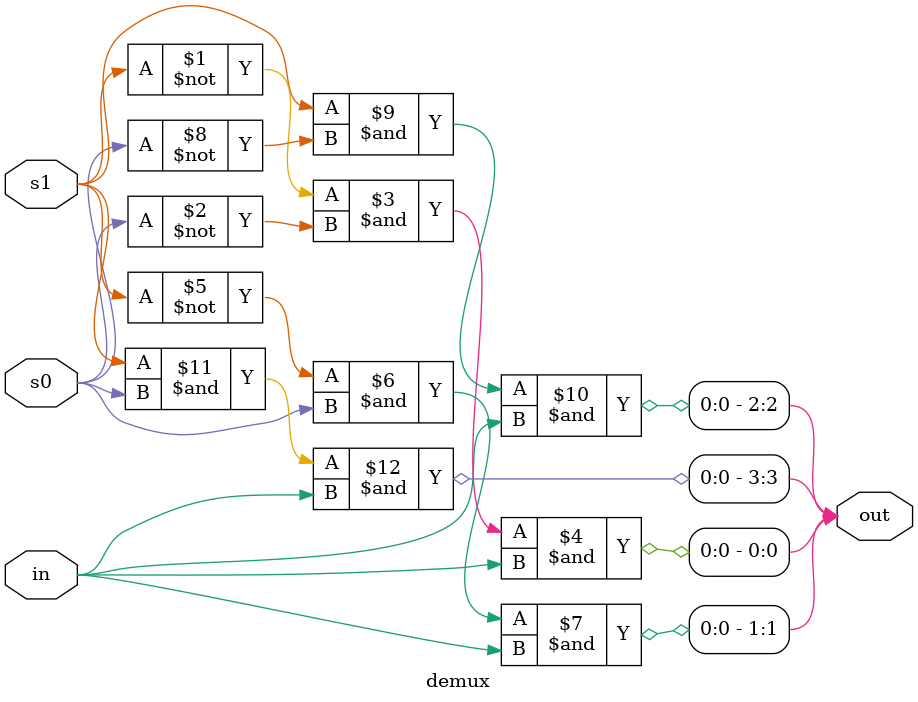
<source format=v>
module demux(in, s0, s1, out);
input s0, s1,in;
output [3:0]out;
assign out[0]=~s1&~s0&in;
assign out[1]=~s1&s0&in;
assign out[2]=s1&~s0&in;
assign out[3]=s1&s0&in;
endmodule
</source>
